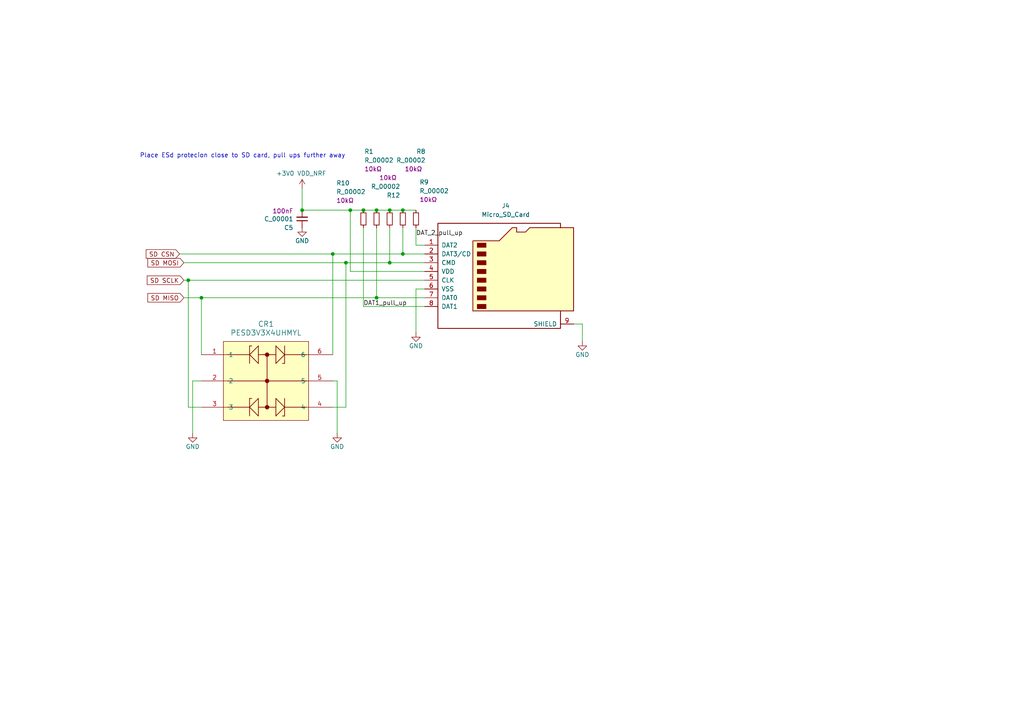
<source format=kicad_sch>
(kicad_sch (version 20231120) (generator "eeschema") (generator_version "8.0")
  (paper "A4")
  (lib_symbols
    (symbol "mic_patch_parts:C_00001" (pin_numbers hide) (pin_names (offset 0.254))
      (property "Reference" "C" (at 2.54 2.54 0))
      (property "Value" "C_00001" (at 2.54 0 0))
      (property "Description" "100nF" (at 5.588 -2.286 0))
      (symbol "C_00001_0_1"
        (polyline (pts (xy -1.524 -0.508) (xy 1.524 -0.508)) (stroke (width 0.3302)))
        (polyline (pts (xy -1.524 0.508) (xy 1.524 0.508)) (stroke (width 0.3048)))
      )
      (symbol "C_00001_1_1"
        (pin passive line (at 0 2.54 270) (length 2.032) (name "~") (number "1"))
        (pin passive line (at 0 -2.54 90) (length 2.032) (name "~") (number "2"))
      )
    )
    (symbol "mic_patch_parts:Micro_SD_Card" (pin_names (offset 1.016))
      (property "Reference" "J" (at -16.51 15.24 0))
      (property "Value" "Micro_SD_Card" (at 16.51 15.24 0))
      (symbol "Micro_SD_Card_0_1"
        (rectangle (start -7.62 -9.525) (end -5.08 -10.795) (fill (type outline)))
        (rectangle (start -7.62 -6.985) (end -5.08 -8.255) (fill (type outline)))
        (rectangle (start -7.62 -4.445) (end -5.08 -5.715) (fill (type outline)))
        (rectangle (start -7.62 -1.905) (end -5.08 -3.175) (fill (type outline)))
        (rectangle (start -7.62 0.635) (end -5.08 -0.635) (fill (type outline)))
        (rectangle (start -7.62 3.175) (end -5.08 1.905) (fill (type outline)))
        (rectangle (start -7.62 5.715) (end -5.08 4.445) (fill (type outline)))
        (rectangle (start -7.62 8.255) (end -5.08 6.985) (fill (type outline)))
        (polyline (pts (xy 16.51 12.7) (xy 16.51 13.97) (xy -19.05 13.97) (xy -19.05 -16.51) (xy 16.51 -16.51) (xy 16.51 -11.43)) (stroke (width 0.254)))
        (polyline (pts (xy -8.89 -11.43) (xy -8.89 8.89) (xy -1.27 8.89) (xy 2.54 12.7) (xy 3.81 12.7) (xy 3.81 11.43) (xy 6.35 11.43) (xy 7.62 12.7) (xy 20.32 12.7) (xy 20.32 -11.43) (xy -8.89 -11.43)) (stroke (width 0.254)) (fill (type background)))
      )
      (symbol "Micro_SD_Card_1_1"
        (pin bidirectional line (at -22.86 7.62 0) (length 3.81) (name "DAT2") (number "1"))
        (pin bidirectional line (at -22.86 5.08 0) (length 3.81) (name "DAT3/CD") (number "2"))
        (pin input line (at -22.86 2.54 0) (length 3.81) (name "CMD") (number "3"))
        (pin power_in line (at -22.86 0 0) (length 3.81) (name "VDD") (number "4"))
        (pin input line (at -22.86 -2.54 0) (length 3.81) (name "CLK") (number "5"))
        (pin power_in line (at -22.86 -5.08 0) (length 3.81) (name "VSS") (number "6"))
        (pin bidirectional line (at -22.86 -7.62 0) (length 3.81) (name "DAT0") (number "7"))
        (pin bidirectional line (at -22.86 -10.16 0) (length 3.81) (name "DAT1") (number "8"))
        (pin passive line (at 20.32 -15.24 180) (length 3.81) (name "SHIELD") (number "9"))
      )
    )
    (symbol "mic_patch_parts:PESD3V3X4UHMYL" (pin_names (offset 0.254))
      (property "Reference" "CR" (at 19.685 17.78 0))
      (property "Value" "PESD3V3X4UHMYL" (at 19.685 13.97 0))
      (symbol "PESD3V3X4UHMYL_0_1"
        (polyline (pts (xy 7.62 -15.24) (xy 13.97 -15.24)) (stroke (width 0.2032)))
        (polyline (pts (xy 7.62 0) (xy 13.97 0)) (stroke (width 0.2032)))
        (polyline (pts (xy 13.97 -17.78) (xy 13.97 -12.7)) (stroke (width 0.2032)))
        (polyline (pts (xy 13.97 -12.7) (xy 14.605 -12.7)) (stroke (width 0.2032)))
        (polyline (pts (xy 13.97 2.54) (xy 13.97 -2.54)) (stroke (width 0.2032)))
        (polyline (pts (xy 13.97 2.54) (xy 14.605 2.54)) (stroke (width 0.2032)))
        (polyline (pts (xy 16.51 -17.78) (xy 13.97 -15.24)) (stroke (width 0.2032)))
        (polyline (pts (xy 16.51 -17.78) (xy 16.51 -12.7)) (stroke (width 0.2032)))
        (polyline (pts (xy 16.51 -12.7) (xy 13.97 -15.24)) (stroke (width 0.2032)))
        (polyline (pts (xy 16.51 -2.54) (xy 13.97 0)) (stroke (width 0.2032)))
        (polyline (pts (xy 16.51 2.54) (xy 13.97 0)) (stroke (width 0.2032)))
        (polyline (pts (xy 16.51 2.54) (xy 16.51 -2.54)) (stroke (width 0.2032)))
        (polyline (pts (xy 17.78 0) (xy 21.59 0)) (stroke (width 0.2032)))
        (polyline (pts (xy 19.05 -15.24) (xy 16.51 -15.24)) (stroke (width 0.2032)))
        (polyline (pts (xy 19.05 -15.24) (xy 21.59 -15.24)) (stroke (width 0.2032)))
        (polyline (pts (xy 19.05 0) (xy 16.51 0)) (stroke (width 0.2032)))
        (polyline (pts (xy 19.05 0) (xy 19.0554 -15.2302)) (stroke (width 0.2032)))
        (polyline (pts (xy 21.59 -17.78) (xy 21.59 -12.7)) (stroke (width 0.2032)))
        (polyline (pts (xy 21.59 -17.78) (xy 24.13 -15.24)) (stroke (width 0.2032)))
        (polyline (pts (xy 21.59 -12.7) (xy 24.13 -15.24)) (stroke (width 0.2032)))
        (polyline (pts (xy 21.59 -2.54) (xy 24.13 0)) (stroke (width 0.2032)))
        (polyline (pts (xy 21.59 2.54) (xy 21.59 -2.54)) (stroke (width 0.2032)))
        (polyline (pts (xy 21.59 2.54) (xy 24.13 0)) (stroke (width 0.2032)))
        (polyline (pts (xy 24.13 -17.78) (xy 23.495 -17.78)) (stroke (width 0.2032)))
        (polyline (pts (xy 24.13 -17.78) (xy 24.13 -12.7)) (stroke (width 0.2032)))
        (polyline (pts (xy 24.13 -2.54) (xy 23.495 -2.54)) (stroke (width 0.2032)))
        (polyline (pts (xy 24.13 2.54) (xy 24.13 -2.54)) (stroke (width 0.2032)))
        (polyline (pts (xy 30.48 -15.24) (xy 24.13 -15.24)) (stroke (width 0.2032)))
        (polyline (pts (xy 30.48 -7.62) (xy 7.62 -7.62)) (stroke (width 0.2032)))
        (polyline (pts (xy 30.48 0) (xy 24.13 0)) (stroke (width 0.2032)))
        (circle (center 19.05 -15.24) (radius 0.127) (stroke (width 0.508)))
        (circle (center 19.05 -7.62) (radius 0.127) (stroke (width 0.508)))
        (circle (center 19.05 0) (radius 0.127) (stroke (width 0.508)))
        (pin output line (at 0 0 0) (length 7.62) (name "1") (number "1"))
        (pin input line (at 0 -7.62 0) (length 7.62) (name "2") (number "2"))
        (pin output line (at 0 -15.24 0) (length 7.62) (name "3") (number "3"))
        (pin output line (at 38.1 -15.24 180) (length 7.62) (name "4") (number "4"))
        (pin input line (at 38.1 -7.62 180) (length 7.62) (name "5") (number "5"))
        (pin output line (at 38.1 0 180) (length 7.62) (name "6") (number "6"))
      )
      (symbol "PESD3V3X4UHMYL_1_1"
        (rectangle (start 6.35 3.81) (end 31.115 -19.05) (fill (type background)))
      )
    )
    (symbol "mic_patch_parts:R_00003" (pin_numbers hide) (pin_names (offset 0.254) hide)
      (property "Reference" "R" (at 1.27 2.54 0))
      (property "Value" "R_00002" (at 1.27 0 0))
      (property "Desc" "10kΩ " (at 1.27 -2.54 0))
      (symbol "R_00003_0_1"
        (rectangle (start -0.762 1.778) (end 0.762 -1.778) (stroke (width 0.2032)))
      )
      (symbol "R_00003_1_1"
        (pin passive line (at 0 2.54 270) (length 0.762) (name "~") (number "1"))
        (pin passive line (at 0 -2.54 90) (length 0.762) (name "~") (number "2"))
      )
    )
    (symbol "power:+1V8" (power) (pin_numbers hide) (pin_names (offset 0) hide)
      (property "Value" "+1V8" (at 0 3.556 0))
      (symbol "+1V8_0_1"
        (polyline (pts (xy -0.762 1.27) (xy 0 2.54)))
        (polyline (pts (xy 0 0) (xy 0 2.54)))
        (polyline (pts (xy 0 2.54) (xy 0.762 1.27)))
      )
      (symbol "+1V8_1_1"
        (pin power_in line (at 0 0 90) (length 0) (name "~") (number "1"))
      )
    )
    (symbol "power:GND" (power) (pin_numbers hide) (pin_names (offset 0) hide)
      (property "Value" "GND" (at 0 -3.81 0))
      (symbol "GND_0_1"
        (polyline (pts (xy 0 0) (xy 0 -1.27) (xy 1.27 -1.27) (xy 0 -2.54) (xy -1.27 -1.27) (xy 0 -1.27)))
      )
      (symbol "GND_1_1"
        (pin power_in line (at 0 0 270) (length 0) (name "~") (number "1"))
      )
    )
  )
  (junction (at 101.6 60.96))
  (junction (at 116.84 73.66))
  (junction (at 113.03 76.2))
  (junction (at 58.42 86.36))
  (junction (at 54.61 81.28))
  (junction (at 87.63 60.96))
  (junction (at 109.22 86.36))
  (junction (at 96.52 73.66))
  (junction (at 105.41 60.96))
  (junction (at 109.22 60.96))
  (junction (at 116.84 60.96))
  (junction (at 100.33 76.2))
  (junction (at 113.03 60.96))
  (wire (pts (xy 55.88 110.49) (xy 55.88 125.73)))
  (wire (pts (xy 105.41 60.96) (xy 109.22 60.96)))
  (wire (pts (xy 87.63 54.61) (xy 87.63 60.96)))
  (wire (pts (xy 116.84 73.66) (xy 123.19 73.66)))
  (wire (pts (xy 113.03 60.96) (xy 116.84 60.96)))
  (wire (pts (xy 54.61 81.28) (xy 123.19 81.28)))
  (wire (pts (xy 87.63 60.96) (xy 101.6 60.96)))
  (wire (pts (xy 120.65 66.04) (xy 120.65 71.12)))
  (wire (pts (xy 96.52 73.66) (xy 96.52 102.87)))
  (wire (pts (xy 97.79 110.49) (xy 97.79 125.73)))
  (wire (pts (xy 109.22 60.96) (xy 113.03 60.96)))
  (wire (pts (xy 54.61 81.28) (xy 54.61 118.11)))
  (wire (pts (xy 168.91 93.98) (xy 168.91 99.06)))
  (wire (pts (xy 120.65 83.82) (xy 120.65 96.52)))
  (wire (pts (xy 53.34 81.28) (xy 54.61 81.28)))
  (wire (pts (xy 116.84 60.96) (xy 120.65 60.96)))
  (wire (pts (xy 101.6 60.96) (xy 101.6 78.74)))
  (wire (pts (xy 55.88 110.49) (xy 58.42 110.49)))
  (wire (pts (xy 53.34 76.2) (xy 100.33 76.2)))
  (wire (pts (xy 113.03 66.04) (xy 113.03 76.2)))
  (wire (pts (xy 53.34 86.36) (xy 58.42 86.36)))
  (wire (pts (xy 101.6 78.74) (xy 123.19 78.74)))
  (wire (pts (xy 52.07 73.66) (xy 96.52 73.66)))
  (wire (pts (xy 105.41 88.9) (xy 123.19 88.9)))
  (wire (pts (xy 54.61 118.11) (xy 58.42 118.11)))
  (wire (pts (xy 109.22 86.36) (xy 123.19 86.36)))
  (wire (pts (xy 120.65 83.82) (xy 123.19 83.82)))
  (wire (pts (xy 96.52 118.11) (xy 100.33 118.11)))
  (wire (pts (xy 96.52 73.66) (xy 116.84 73.66)))
  (wire (pts (xy 58.42 86.36) (xy 109.22 86.36)))
  (wire (pts (xy 100.33 76.2) (xy 100.33 118.11)))
  (wire (pts (xy 100.33 76.2) (xy 113.03 76.2)))
  (wire (pts (xy 105.41 66.04) (xy 105.41 88.9)))
  (wire (pts (xy 166.37 93.98) (xy 168.91 93.98)))
  (wire (pts (xy 109.22 66.04) (xy 109.22 86.36)))
  (wire (pts (xy 116.84 66.04) (xy 116.84 73.66)))
  (wire (pts (xy 96.52 110.49) (xy 97.79 110.49)))
  (wire (pts (xy 101.6 60.96) (xy 105.41 60.96)))
  (wire (pts (xy 113.03 76.2) (xy 123.19 76.2)))
  (wire (pts (xy 120.65 71.12) (xy 123.19 71.12)))
  (wire (pts (xy 58.42 86.36) (xy 58.42 102.87)))
  (text "Place ESd protecion close to SD card, pull ups further away" (at 70.358 45.212 0) (effects (font (size 1.27 1.27))))
  (label "DAT_2_pull_up" (at 120.65 68.58 0))
  (label "DAT1_pull_up" (at 105.41 88.9 0))
  (global_label "SD MOSI" (shape input) (at 53.34 76.2 180) (property "Intersheetrefs" "${INTERSHEET_REFS}" (effects (hide yes))))
  (global_label "SD SCLK" (shape input) (at 53.34 81.28 180) (property "Intersheetrefs" "${INTERSHEET_REFS}" (effects (hide yes))))
  (global_label "SD MISO" (shape input) (at 53.34 86.36 180) (property "Intersheetrefs" "${INTERSHEET_REFS}" (effects (hide yes))))
  (global_label "SD CSN" (shape input) (at 52.07 73.66 180) (property "Intersheetrefs" "${INTERSHEET_REFS}" (effects (hide yes))))
  (symbol (lib_id "power:GND") (at 55.88 125.73 0) (unit 1)
    (property "Reference" "#PWR012" (effects (hide yes)))
    (property "Value" "GND" (at 55.88 129.54 0))
    (property "Description" "Power symbol creates a global label with name \"GND\" , ground" (effects (hide yes)))
  )
  (symbol (lib_id "mic_patch_parts:C_00001") (at 87.63 63.5 180) (unit 1)
    (property "Reference" "C5" (at 85.09 66.04 0) (effects (justify left)))
    (property "Value" "C_00001" (at 85.09 63.5 0) (effects (justify left)))
    (property "Footprint" "Capacitor_SMD:C_0402_1005Metric" (effects (hide yes)))
    (property "Description" "100nF" (at 82.042 61.214 0))
    (property "MPNs" "0402WGF1002TCE" (effects (hide yes)))
    (property "LCSC PNs" "C25744" (effects (hide yes)))
  )
  (symbol (lib_id "mic_patch_parts:R_00003") (at 109.22 63.5 0) (unit 1)
    (property "Reference" "R1" (at 105.664 43.942 0) (effects (justify left)))
    (property "Value" "R_00002" (at 105.664 46.482 0) (effects (justify left)))
    (property "Footprint" "Resistor_SMD:R_0402_1005Metric" (effects (hide yes)))
    (property "Description" "10kΩ resistor 0402" (effects (hide yes)))
    (property "Desc" "10kΩ " (at 105.664 49.022 0) (effects (justify left)))
    (property "MPNs" "0402WGF1002TCE" (effects (hide yes)))
    (property "LCSC PNs" "C25744" (effects (hide yes)))
  )
  (symbol (lib_id "mic_patch_parts:R_00003") (at 113.03 63.5 180) (unit 1)
    (property "Reference" "R12" (at 116.078 56.642 0) (effects (justify left)))
    (property "Value" "R_00002" (at 116.078 54.102 0) (effects (justify left)))
    (property "Footprint" "Resistor_SMD:R_0402_1005Metric" (effects (hide yes)))
    (property "Description" "10kΩ resistor 0402" (effects (hide yes)))
    (property "Desc" "10kΩ " (at 116.078 51.562 0) (effects (justify left)))
    (property "MPNs" "0402WGF1002TCE" (effects (hide yes)))
    (property "LCSC PNs" "C25744" (effects (hide yes)))
  )
  (symbol (lib_id "mic_patch_parts:Micro_SD_Card") (at 146.05 78.74 0) (unit 1)
    (property "Reference" "J4" (at 146.685 59.69 0))
    (property "Value" "Micro_SD_Card" (at 146.685 62.23 0))
    (property "Footprint" "mic_patch_parts:TF-SMD_TF-017" (effects (hide yes)))
    (property "Datasheet" "http://katalog.we-online.de/em/datasheet/693072010801.pdf" (effects (hide yes)))
    (property "Description" "Micro SD Card Socket" (effects (hide yes)))
  )
  (symbol (lib_id "mic_patch_parts:R_00003") (at 105.41 63.5 0) (unit 1)
    (property "Reference" "R10" (at 97.536 53.086 0) (effects (justify left)))
    (property "Value" "R_00002" (at 97.536 55.626 0) (effects (justify left)))
    (property "Footprint" "Resistor_SMD:R_0402_1005Metric" (effects (hide yes)))
    (property "Description" "10kΩ resistor 0402" (effects (hide yes)))
    (property "Desc" "10kΩ " (at 97.536 58.166 0) (effects (justify left)))
    (property "MPNs" "0402WGF1002TCE" (effects (hide yes)))
    (property "LCSC PNs" "C25744" (effects (hide yes)))
  )
  (symbol (lib_id "mic_patch_parts:PESD3V3X4UHMYL") (at 58.42 102.87 0) (unit 1)
    (property "Reference" "CR1" (at 77.1525 93.98 0) (effects (font (size 1.524 1.524))))
    (property "Value" "PESD3V3X4UHMYL" (at 77.1525 96.52 0) (effects (font (size 1.524 1.524))))
    (property "Footprint" "mic_patch_parts:DFN1308-6_SOT8006_NEX" (effects (hide yes)))
    (property "Datasheet" "PESD3V3X4UHMYL" (effects (hide yes)))
  )
  (symbol (lib_id "power:GND") (at 120.65 96.52 0) (unit 1)
    (property "Reference" "#PWR07" (effects (hide yes)))
    (property "Value" "GND" (at 120.65 100.33 0))
    (property "Description" "Power symbol creates a global label with name \"GND\" , ground" (effects (hide yes)))
  )
  (symbol (lib_id "power:GND") (at 168.91 99.06 0) (unit 1)
    (property "Reference" "#PWR027" (effects (hide yes)))
    (property "Value" "GND" (at 168.91 102.87 0))
    (property "Description" "Power symbol creates a global label with name \"GND\" , ground" (effects (hide yes)))
  )
  (symbol (lib_id "mic_patch_parts:R_00003") (at 116.84 63.5 180) (unit 1)
    (property "Reference" "R8" (at 123.444 43.942 0) (effects (justify left)))
    (property "Value" "R_00002" (at 123.444 46.482 0) (effects (justify left)))
    (property "Footprint" "Resistor_SMD:R_0402_1005Metric" (effects (hide yes)))
    (property "Description" "10kΩ resistor 0402" (effects (hide yes)))
    (property "Desc" "10kΩ " (at 123.444 49.022 0) (effects (justify left)))
    (property "MPNs" "0402WGF1002TCE" (effects (hide yes)))
    (property "LCSC PNs" "C25744" (effects (hide yes)))
  )
  (symbol (lib_id "mic_patch_parts:R_00003") (at 120.65 63.5 0) (unit 1)
    (property "Reference" "R9" (at 121.666 52.832 0) (effects (justify left)))
    (property "Value" "R_00002" (at 121.666 55.372 0) (effects (justify left)))
    (property "Footprint" "Resistor_SMD:R_0402_1005Metric" (effects (hide yes)))
    (property "Description" "10kΩ resistor 0402" (effects (hide yes)))
    (property "Desc" "10kΩ " (at 121.666 57.912 0) (effects (justify left)))
    (property "MPNs" "0402WGF1002TCE" (effects (hide yes)))
    (property "LCSC PNs" "C25744" (effects (hide yes)))
  )
  (symbol (lib_id "power:GND") (at 87.63 66.04 0) (unit 1)
    (property "Reference" "#PWR013" (effects (hide yes)))
    (property "Value" "GND" (at 87.63 69.85 0))
    (property "Description" "Power symbol creates a global label with name \"GND\" , ground" (effects (hide yes)))
  )
  (symbol (lib_id "power:+1V8") (at 87.63 54.61 0) (unit 1)
    (property "Reference" "#PWR08" (effects (hide yes)))
    (property "Value" "+3V0 VDD_NRF" (at 87.376 50.292 0))
    (property "Description" "Power symbol creates a global label with name \"+1V8\"" (effects (hide yes)))
  )
  (symbol (lib_id "power:GND") (at 97.79 125.73 0) (unit 1)
    (property "Reference" "#PWR09" (effects (hide yes)))
    (property "Value" "GND" (at 97.79 129.54 0))
    (property "Description" "Power symbol creates a global label with name \"GND\" , ground" (effects (hide yes)))
  )
)
</source>
